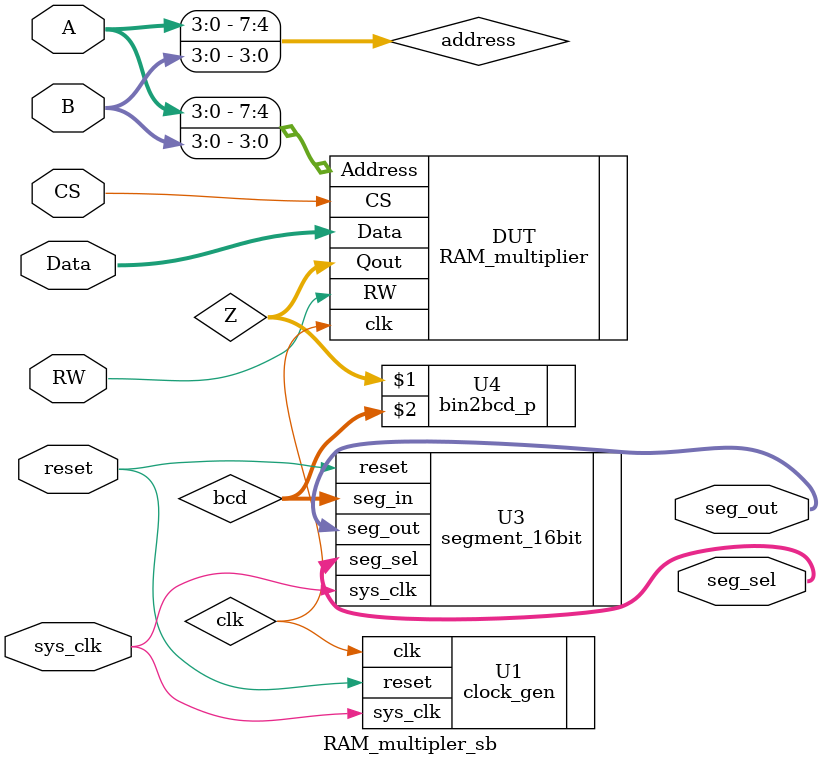
<source format=sv>
module RAM_multipler_sb(
 input logic sys_clk, reset,
 input logic CS, RW,
 input logic [3:0] A, B,
 input logic [7:0] Data,
 output logic [7:0] seg_out,
 output logic [3:0] seg_sel);
//
logic clk;
logic [7:0] Z, address;
logic [15:0] bcd;
//
assign address = {A, B};
clock_gen #(0) U1 (.sys_clk(sys_clk), .reset(reset), .clk(clk));
RAM_multiplier DUT (.clk(clk), .CS(CS), .RW(RW), .Address(address), .Data(Data), .Qout(Z));
bin2bcd_p #(8) U4(Z, bcd); 
segment_16bit U3 (.sys_clk(sys_clk), .reset(reset), .seg_in(bcd), .seg_sel(seg_sel), .seg_out(seg_out));
//
endmodule


</source>
